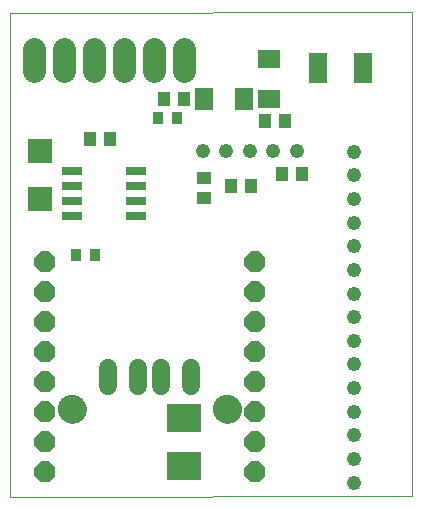
<source format=gts>
G75*
%MOIN*%
%OFA0B0*%
%FSLAX25Y25*%
%IPPOS*%
%LPD*%
%AMOC8*
5,1,8,0,0,1.08239X$1,22.5*
%
%ADD10C,0.00000*%
%ADD11R,0.06400X0.10400*%
%ADD12R,0.03400X0.04200*%
%ADD13R,0.08274X0.08274*%
%ADD14R,0.11400X0.09400*%
%ADD15R,0.04337X0.04731*%
%ADD16R,0.04731X0.04337*%
%ADD17C,0.04762*%
%ADD18OC8,0.07000*%
%ADD19R,0.06700X0.02800*%
%ADD20C,0.06140*%
%ADD21C,0.09455*%
%ADD22C,0.07800*%
%ADD23R,0.07487X0.05912*%
%ADD24R,0.05912X0.07487*%
D10*
X0002200Y0012366D02*
X0002200Y0173783D01*
X0136255Y0173980D01*
X0136255Y0012563D01*
X0002200Y0012366D01*
X0018341Y0041618D02*
X0018343Y0041752D01*
X0018349Y0041886D01*
X0018359Y0042020D01*
X0018373Y0042154D01*
X0018391Y0042287D01*
X0018412Y0042419D01*
X0018438Y0042551D01*
X0018468Y0042682D01*
X0018501Y0042812D01*
X0018538Y0042940D01*
X0018580Y0043068D01*
X0018624Y0043195D01*
X0018673Y0043320D01*
X0018725Y0043443D01*
X0018781Y0043565D01*
X0018841Y0043686D01*
X0018904Y0043804D01*
X0018970Y0043921D01*
X0019040Y0044035D01*
X0019113Y0044148D01*
X0019190Y0044258D01*
X0019270Y0044366D01*
X0019353Y0044471D01*
X0019439Y0044574D01*
X0019528Y0044674D01*
X0019620Y0044772D01*
X0019715Y0044867D01*
X0019813Y0044959D01*
X0019913Y0045048D01*
X0020016Y0045134D01*
X0020121Y0045217D01*
X0020229Y0045297D01*
X0020339Y0045374D01*
X0020452Y0045447D01*
X0020566Y0045517D01*
X0020683Y0045583D01*
X0020801Y0045646D01*
X0020922Y0045706D01*
X0021044Y0045762D01*
X0021167Y0045814D01*
X0021292Y0045863D01*
X0021419Y0045907D01*
X0021547Y0045949D01*
X0021675Y0045986D01*
X0021805Y0046019D01*
X0021936Y0046049D01*
X0022068Y0046075D01*
X0022200Y0046096D01*
X0022333Y0046114D01*
X0022467Y0046128D01*
X0022601Y0046138D01*
X0022735Y0046144D01*
X0022869Y0046146D01*
X0023003Y0046144D01*
X0023137Y0046138D01*
X0023271Y0046128D01*
X0023405Y0046114D01*
X0023538Y0046096D01*
X0023670Y0046075D01*
X0023802Y0046049D01*
X0023933Y0046019D01*
X0024063Y0045986D01*
X0024191Y0045949D01*
X0024319Y0045907D01*
X0024446Y0045863D01*
X0024571Y0045814D01*
X0024694Y0045762D01*
X0024816Y0045706D01*
X0024937Y0045646D01*
X0025055Y0045583D01*
X0025172Y0045517D01*
X0025286Y0045447D01*
X0025399Y0045374D01*
X0025509Y0045297D01*
X0025617Y0045217D01*
X0025722Y0045134D01*
X0025825Y0045048D01*
X0025925Y0044959D01*
X0026023Y0044867D01*
X0026118Y0044772D01*
X0026210Y0044674D01*
X0026299Y0044574D01*
X0026385Y0044471D01*
X0026468Y0044366D01*
X0026548Y0044258D01*
X0026625Y0044148D01*
X0026698Y0044035D01*
X0026768Y0043921D01*
X0026834Y0043804D01*
X0026897Y0043686D01*
X0026957Y0043565D01*
X0027013Y0043443D01*
X0027065Y0043320D01*
X0027114Y0043195D01*
X0027158Y0043068D01*
X0027200Y0042940D01*
X0027237Y0042812D01*
X0027270Y0042682D01*
X0027300Y0042551D01*
X0027326Y0042419D01*
X0027347Y0042287D01*
X0027365Y0042154D01*
X0027379Y0042020D01*
X0027389Y0041886D01*
X0027395Y0041752D01*
X0027397Y0041618D01*
X0027395Y0041484D01*
X0027389Y0041350D01*
X0027379Y0041216D01*
X0027365Y0041082D01*
X0027347Y0040949D01*
X0027326Y0040817D01*
X0027300Y0040685D01*
X0027270Y0040554D01*
X0027237Y0040424D01*
X0027200Y0040296D01*
X0027158Y0040168D01*
X0027114Y0040041D01*
X0027065Y0039916D01*
X0027013Y0039793D01*
X0026957Y0039671D01*
X0026897Y0039550D01*
X0026834Y0039432D01*
X0026768Y0039315D01*
X0026698Y0039201D01*
X0026625Y0039088D01*
X0026548Y0038978D01*
X0026468Y0038870D01*
X0026385Y0038765D01*
X0026299Y0038662D01*
X0026210Y0038562D01*
X0026118Y0038464D01*
X0026023Y0038369D01*
X0025925Y0038277D01*
X0025825Y0038188D01*
X0025722Y0038102D01*
X0025617Y0038019D01*
X0025509Y0037939D01*
X0025399Y0037862D01*
X0025286Y0037789D01*
X0025172Y0037719D01*
X0025055Y0037653D01*
X0024937Y0037590D01*
X0024816Y0037530D01*
X0024694Y0037474D01*
X0024571Y0037422D01*
X0024446Y0037373D01*
X0024319Y0037329D01*
X0024191Y0037287D01*
X0024063Y0037250D01*
X0023933Y0037217D01*
X0023802Y0037187D01*
X0023670Y0037161D01*
X0023538Y0037140D01*
X0023405Y0037122D01*
X0023271Y0037108D01*
X0023137Y0037098D01*
X0023003Y0037092D01*
X0022869Y0037090D01*
X0022735Y0037092D01*
X0022601Y0037098D01*
X0022467Y0037108D01*
X0022333Y0037122D01*
X0022200Y0037140D01*
X0022068Y0037161D01*
X0021936Y0037187D01*
X0021805Y0037217D01*
X0021675Y0037250D01*
X0021547Y0037287D01*
X0021419Y0037329D01*
X0021292Y0037373D01*
X0021167Y0037422D01*
X0021044Y0037474D01*
X0020922Y0037530D01*
X0020801Y0037590D01*
X0020683Y0037653D01*
X0020566Y0037719D01*
X0020452Y0037789D01*
X0020339Y0037862D01*
X0020229Y0037939D01*
X0020121Y0038019D01*
X0020016Y0038102D01*
X0019913Y0038188D01*
X0019813Y0038277D01*
X0019715Y0038369D01*
X0019620Y0038464D01*
X0019528Y0038562D01*
X0019439Y0038662D01*
X0019353Y0038765D01*
X0019270Y0038870D01*
X0019190Y0038978D01*
X0019113Y0039088D01*
X0019040Y0039201D01*
X0018970Y0039315D01*
X0018904Y0039432D01*
X0018841Y0039550D01*
X0018781Y0039671D01*
X0018725Y0039793D01*
X0018673Y0039916D01*
X0018624Y0040041D01*
X0018580Y0040168D01*
X0018538Y0040296D01*
X0018501Y0040424D01*
X0018468Y0040554D01*
X0018438Y0040685D01*
X0018412Y0040817D01*
X0018391Y0040949D01*
X0018373Y0041082D01*
X0018359Y0041216D01*
X0018349Y0041350D01*
X0018343Y0041484D01*
X0018341Y0041618D01*
X0070074Y0041618D02*
X0070076Y0041752D01*
X0070082Y0041886D01*
X0070092Y0042020D01*
X0070106Y0042154D01*
X0070124Y0042287D01*
X0070145Y0042419D01*
X0070171Y0042551D01*
X0070201Y0042682D01*
X0070234Y0042812D01*
X0070271Y0042940D01*
X0070313Y0043068D01*
X0070357Y0043195D01*
X0070406Y0043320D01*
X0070458Y0043443D01*
X0070514Y0043565D01*
X0070574Y0043686D01*
X0070637Y0043804D01*
X0070703Y0043921D01*
X0070773Y0044035D01*
X0070846Y0044148D01*
X0070923Y0044258D01*
X0071003Y0044366D01*
X0071086Y0044471D01*
X0071172Y0044574D01*
X0071261Y0044674D01*
X0071353Y0044772D01*
X0071448Y0044867D01*
X0071546Y0044959D01*
X0071646Y0045048D01*
X0071749Y0045134D01*
X0071854Y0045217D01*
X0071962Y0045297D01*
X0072072Y0045374D01*
X0072185Y0045447D01*
X0072299Y0045517D01*
X0072416Y0045583D01*
X0072534Y0045646D01*
X0072655Y0045706D01*
X0072777Y0045762D01*
X0072900Y0045814D01*
X0073025Y0045863D01*
X0073152Y0045907D01*
X0073280Y0045949D01*
X0073408Y0045986D01*
X0073538Y0046019D01*
X0073669Y0046049D01*
X0073801Y0046075D01*
X0073933Y0046096D01*
X0074066Y0046114D01*
X0074200Y0046128D01*
X0074334Y0046138D01*
X0074468Y0046144D01*
X0074602Y0046146D01*
X0074736Y0046144D01*
X0074870Y0046138D01*
X0075004Y0046128D01*
X0075138Y0046114D01*
X0075271Y0046096D01*
X0075403Y0046075D01*
X0075535Y0046049D01*
X0075666Y0046019D01*
X0075796Y0045986D01*
X0075924Y0045949D01*
X0076052Y0045907D01*
X0076179Y0045863D01*
X0076304Y0045814D01*
X0076427Y0045762D01*
X0076549Y0045706D01*
X0076670Y0045646D01*
X0076788Y0045583D01*
X0076905Y0045517D01*
X0077019Y0045447D01*
X0077132Y0045374D01*
X0077242Y0045297D01*
X0077350Y0045217D01*
X0077455Y0045134D01*
X0077558Y0045048D01*
X0077658Y0044959D01*
X0077756Y0044867D01*
X0077851Y0044772D01*
X0077943Y0044674D01*
X0078032Y0044574D01*
X0078118Y0044471D01*
X0078201Y0044366D01*
X0078281Y0044258D01*
X0078358Y0044148D01*
X0078431Y0044035D01*
X0078501Y0043921D01*
X0078567Y0043804D01*
X0078630Y0043686D01*
X0078690Y0043565D01*
X0078746Y0043443D01*
X0078798Y0043320D01*
X0078847Y0043195D01*
X0078891Y0043068D01*
X0078933Y0042940D01*
X0078970Y0042812D01*
X0079003Y0042682D01*
X0079033Y0042551D01*
X0079059Y0042419D01*
X0079080Y0042287D01*
X0079098Y0042154D01*
X0079112Y0042020D01*
X0079122Y0041886D01*
X0079128Y0041752D01*
X0079130Y0041618D01*
X0079128Y0041484D01*
X0079122Y0041350D01*
X0079112Y0041216D01*
X0079098Y0041082D01*
X0079080Y0040949D01*
X0079059Y0040817D01*
X0079033Y0040685D01*
X0079003Y0040554D01*
X0078970Y0040424D01*
X0078933Y0040296D01*
X0078891Y0040168D01*
X0078847Y0040041D01*
X0078798Y0039916D01*
X0078746Y0039793D01*
X0078690Y0039671D01*
X0078630Y0039550D01*
X0078567Y0039432D01*
X0078501Y0039315D01*
X0078431Y0039201D01*
X0078358Y0039088D01*
X0078281Y0038978D01*
X0078201Y0038870D01*
X0078118Y0038765D01*
X0078032Y0038662D01*
X0077943Y0038562D01*
X0077851Y0038464D01*
X0077756Y0038369D01*
X0077658Y0038277D01*
X0077558Y0038188D01*
X0077455Y0038102D01*
X0077350Y0038019D01*
X0077242Y0037939D01*
X0077132Y0037862D01*
X0077019Y0037789D01*
X0076905Y0037719D01*
X0076788Y0037653D01*
X0076670Y0037590D01*
X0076549Y0037530D01*
X0076427Y0037474D01*
X0076304Y0037422D01*
X0076179Y0037373D01*
X0076052Y0037329D01*
X0075924Y0037287D01*
X0075796Y0037250D01*
X0075666Y0037217D01*
X0075535Y0037187D01*
X0075403Y0037161D01*
X0075271Y0037140D01*
X0075138Y0037122D01*
X0075004Y0037108D01*
X0074870Y0037098D01*
X0074736Y0037092D01*
X0074602Y0037090D01*
X0074468Y0037092D01*
X0074334Y0037098D01*
X0074200Y0037108D01*
X0074066Y0037122D01*
X0073933Y0037140D01*
X0073801Y0037161D01*
X0073669Y0037187D01*
X0073538Y0037217D01*
X0073408Y0037250D01*
X0073280Y0037287D01*
X0073152Y0037329D01*
X0073025Y0037373D01*
X0072900Y0037422D01*
X0072777Y0037474D01*
X0072655Y0037530D01*
X0072534Y0037590D01*
X0072416Y0037653D01*
X0072299Y0037719D01*
X0072185Y0037789D01*
X0072072Y0037862D01*
X0071962Y0037939D01*
X0071854Y0038019D01*
X0071749Y0038102D01*
X0071646Y0038188D01*
X0071546Y0038277D01*
X0071448Y0038369D01*
X0071353Y0038464D01*
X0071261Y0038562D01*
X0071172Y0038662D01*
X0071086Y0038765D01*
X0071003Y0038870D01*
X0070923Y0038978D01*
X0070846Y0039088D01*
X0070773Y0039201D01*
X0070703Y0039315D01*
X0070637Y0039432D01*
X0070574Y0039550D01*
X0070514Y0039671D01*
X0070458Y0039793D01*
X0070406Y0039916D01*
X0070357Y0040041D01*
X0070313Y0040168D01*
X0070271Y0040296D01*
X0070234Y0040424D01*
X0070201Y0040554D01*
X0070171Y0040685D01*
X0070145Y0040817D01*
X0070124Y0040949D01*
X0070106Y0041082D01*
X0070092Y0041216D01*
X0070082Y0041350D01*
X0070076Y0041484D01*
X0070074Y0041618D01*
D11*
X0104936Y0155201D03*
X0119936Y0155201D03*
D12*
X0057741Y0138547D03*
X0051541Y0138547D03*
X0030497Y0093035D03*
X0024297Y0093035D03*
D13*
X0012239Y0111776D03*
X0012239Y0127524D03*
D14*
X0060271Y0038728D03*
X0060271Y0022618D03*
D15*
X0075980Y0115949D03*
X0082672Y0115949D03*
X0092948Y0120043D03*
X0099641Y0120043D03*
X0093893Y0137524D03*
X0087200Y0137524D03*
X0060192Y0144925D03*
X0053499Y0144925D03*
X0035625Y0131815D03*
X0028932Y0131815D03*
D16*
X0067003Y0118587D03*
X0067003Y0111894D03*
D17*
X0066373Y0127642D03*
X0074247Y0127642D03*
X0082121Y0127642D03*
X0089995Y0127642D03*
X0097869Y0127642D03*
X0116767Y0127366D03*
X0116767Y0119492D03*
X0116767Y0111618D03*
X0116767Y0103744D03*
X0116767Y0095870D03*
X0116767Y0087996D03*
X0116767Y0080122D03*
X0116767Y0072248D03*
X0116767Y0064374D03*
X0116767Y0056500D03*
X0116767Y0048626D03*
X0116767Y0040752D03*
X0116767Y0032878D03*
X0116767Y0025004D03*
X0116767Y0017130D03*
D18*
X0083932Y0020555D03*
X0083932Y0030555D03*
X0083932Y0040555D03*
X0083932Y0050555D03*
X0083932Y0060555D03*
X0083932Y0070555D03*
X0083932Y0080555D03*
X0083932Y0090555D03*
X0013932Y0090555D03*
X0013932Y0080555D03*
X0013932Y0070555D03*
X0013932Y0060555D03*
X0013932Y0050555D03*
X0013932Y0040555D03*
X0013932Y0030555D03*
X0013932Y0020555D03*
D19*
X0022860Y0106087D03*
X0022860Y0111087D03*
X0022860Y0116087D03*
X0022860Y0121087D03*
X0044060Y0121087D03*
X0044060Y0116087D03*
X0044060Y0111087D03*
X0044060Y0106087D03*
D20*
X0044798Y0055157D02*
X0044798Y0049417D01*
X0052672Y0049417D02*
X0052672Y0055157D01*
X0062515Y0055157D02*
X0062515Y0049417D01*
X0034956Y0049417D02*
X0034956Y0055157D01*
D21*
X0022869Y0041618D03*
X0074602Y0041618D03*
D22*
X0060074Y0154335D02*
X0060074Y0161735D01*
X0050074Y0161735D02*
X0050074Y0154335D01*
X0040074Y0154335D02*
X0040074Y0161735D01*
X0030074Y0161735D02*
X0030074Y0154335D01*
X0020074Y0154335D02*
X0020074Y0161735D01*
X0010074Y0161735D02*
X0010074Y0154335D01*
D23*
X0088539Y0158390D03*
X0088539Y0145004D03*
D24*
X0080310Y0144925D03*
X0066924Y0144925D03*
M02*

</source>
